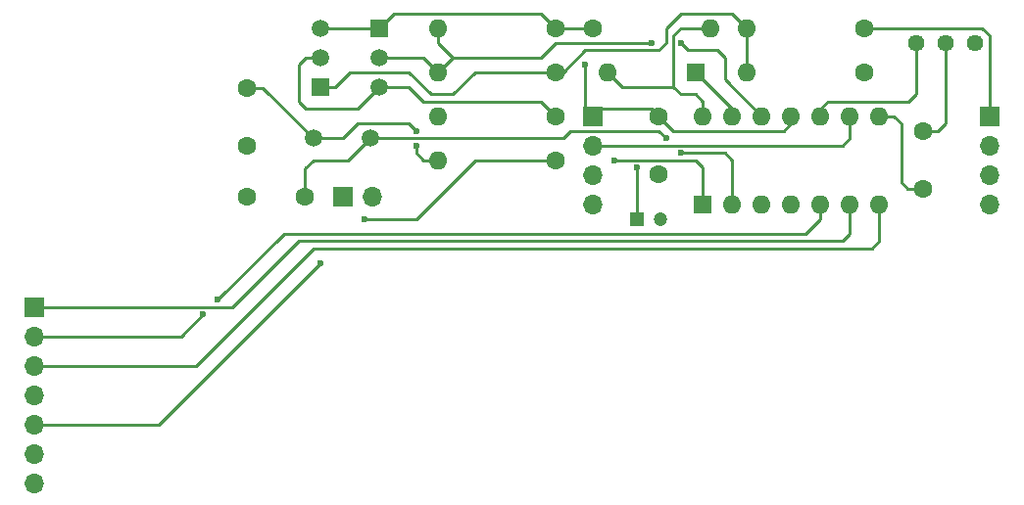
<source format=gtl>
G04 #@! TF.FileFunction,Copper,L1,Top,Signal*
%FSLAX46Y46*%
G04 Gerber Fmt 4.6, Leading zero omitted, Abs format (unit mm)*
G04 Created by KiCad (PCBNEW 4.0.7) date 02/27/19 23:03:59*
%MOMM*%
%LPD*%
G01*
G04 APERTURE LIST*
%ADD10C,0.100000*%
%ADD11C,1.600000*%
%ADD12R,1.700000X1.700000*%
%ADD13O,1.700000X1.700000*%
%ADD14R,1.200000X1.200000*%
%ADD15C,1.200000*%
%ADD16R,1.600000X1.600000*%
%ADD17O,1.600000X1.600000*%
%ADD18C,1.520000*%
%ADD19R,1.520000X1.520000*%
%ADD20C,1.440000*%
%ADD21C,1.500000*%
%ADD22C,0.600000*%
%ADD23C,0.250000*%
G04 APERTURE END LIST*
D10*
D11*
X112395000Y-53975000D03*
X112395000Y-58975000D03*
D12*
X58420000Y-70485000D03*
D13*
X58420000Y-73025000D03*
X58420000Y-75565000D03*
X58420000Y-78105000D03*
X58420000Y-80645000D03*
X58420000Y-83185000D03*
X58420000Y-85725000D03*
D11*
X135255000Y-55245000D03*
X135255000Y-60245000D03*
X76835000Y-56515000D03*
X76835000Y-51515000D03*
X76835000Y-60960000D03*
X81835000Y-60960000D03*
D14*
X110490000Y-62865000D03*
D15*
X112490000Y-62865000D03*
D16*
X115570000Y-50165000D03*
D17*
X107950000Y-50165000D03*
D12*
X106680000Y-53975000D03*
D13*
X106680000Y-56515000D03*
X106680000Y-59055000D03*
X106680000Y-61595000D03*
D12*
X140970000Y-53975000D03*
D13*
X140970000Y-56515000D03*
X140970000Y-59055000D03*
X140970000Y-61595000D03*
D18*
X88265000Y-48895000D03*
X88265000Y-51435000D03*
D19*
X88265000Y-46355000D03*
D18*
X83185000Y-48895000D03*
X83185000Y-46355000D03*
D19*
X83185000Y-51435000D03*
D11*
X106680000Y-46355000D03*
D17*
X116840000Y-46355000D03*
D11*
X103505000Y-57785000D03*
D17*
X93345000Y-57785000D03*
D11*
X103505000Y-46355000D03*
D17*
X93345000Y-46355000D03*
D11*
X103505000Y-50165000D03*
D17*
X93345000Y-50165000D03*
D11*
X103505000Y-53975000D03*
D17*
X93345000Y-53975000D03*
D11*
X130175000Y-50165000D03*
D17*
X120015000Y-50165000D03*
D11*
X130175000Y-46355000D03*
D17*
X120015000Y-46355000D03*
D20*
X139700000Y-47625000D03*
X137160000Y-47625000D03*
X134620000Y-47625000D03*
D16*
X116205000Y-61595000D03*
D17*
X131445000Y-53975000D03*
X118745000Y-61595000D03*
X128905000Y-53975000D03*
X121285000Y-61595000D03*
X126365000Y-53975000D03*
X123825000Y-61595000D03*
X123825000Y-53975000D03*
X126365000Y-61595000D03*
X121285000Y-53975000D03*
X128905000Y-61595000D03*
X118745000Y-53975000D03*
X131445000Y-61595000D03*
X116205000Y-53975000D03*
D21*
X82550000Y-55880000D03*
X87430000Y-55880000D03*
D12*
X85090000Y-60960000D03*
D13*
X87630000Y-60960000D03*
D22*
X106045000Y-49530000D03*
X110490000Y-58420000D03*
X91440000Y-56515000D03*
X91440000Y-55245000D03*
X114300000Y-57150000D03*
X113030000Y-55880000D03*
X73025000Y-71120000D03*
X74295000Y-69850000D03*
X86995000Y-62865000D03*
X83185000Y-66675000D03*
X108585000Y-57785000D03*
X114300000Y-47625000D03*
X111760000Y-47625000D03*
D23*
X106045000Y-53340000D02*
X106045000Y-49530000D01*
X106045000Y-53340000D02*
X106680000Y-53975000D01*
X112395000Y-53975000D02*
X111760000Y-53340000D01*
X111760000Y-53340000D02*
X107315000Y-53340000D01*
X107315000Y-53340000D02*
X106680000Y-53975000D01*
X110490000Y-62865000D02*
X110490000Y-58420000D01*
X123190000Y-55245000D02*
X113665000Y-55245000D01*
X123825000Y-54610000D02*
X123190000Y-55245000D01*
X113665000Y-55245000D02*
X112395000Y-53975000D01*
X123825000Y-54610000D02*
X123825000Y-53975000D01*
X123825000Y-53975000D02*
X123825000Y-54610000D01*
X88265000Y-46355000D02*
X89535000Y-45085000D01*
X102235000Y-45085000D02*
X103505000Y-46355000D01*
X89535000Y-45085000D02*
X102235000Y-45085000D01*
X83185000Y-46355000D02*
X88265000Y-46355000D01*
X103505000Y-46355000D02*
X106680000Y-46355000D01*
X135255000Y-55245000D02*
X136525000Y-55245000D01*
X137160000Y-54610000D02*
X137160000Y-47625000D01*
X136525000Y-55245000D02*
X137160000Y-54610000D01*
X131445000Y-53975000D02*
X132715000Y-53975000D01*
X133905000Y-60245000D02*
X135255000Y-60245000D01*
X133350000Y-59690000D02*
X133905000Y-60245000D01*
X133350000Y-54610000D02*
X133350000Y-59690000D01*
X132715000Y-53975000D02*
X133350000Y-54610000D01*
X82550000Y-55880000D02*
X85090000Y-55880000D01*
X92075000Y-57785000D02*
X93345000Y-57785000D01*
X91440000Y-57150000D02*
X92075000Y-57785000D01*
X91440000Y-56515000D02*
X91440000Y-57150000D01*
X90805000Y-54610000D02*
X91440000Y-55245000D01*
X86360000Y-54610000D02*
X90805000Y-54610000D01*
X85090000Y-55880000D02*
X86360000Y-54610000D01*
X76835000Y-51515000D02*
X78185000Y-51515000D01*
X78185000Y-51515000D02*
X82550000Y-55880000D01*
X87430000Y-55880000D02*
X104140000Y-55880000D01*
X118745000Y-57785000D02*
X118745000Y-61595000D01*
X118110000Y-57150000D02*
X118745000Y-57785000D01*
X114300000Y-57150000D02*
X118110000Y-57150000D01*
X112395000Y-55245000D02*
X113030000Y-55880000D01*
X104775000Y-55245000D02*
X112395000Y-55245000D01*
X104140000Y-55880000D02*
X104775000Y-55245000D01*
X81835000Y-60960000D02*
X81835000Y-58500000D01*
X85525000Y-57785000D02*
X87430000Y-55880000D01*
X82550000Y-57785000D02*
X85525000Y-57785000D01*
X81835000Y-58500000D02*
X82550000Y-57785000D01*
X118745000Y-53975000D02*
X118745000Y-53340000D01*
X118745000Y-53340000D02*
X115570000Y-50165000D01*
X113665000Y-51435000D02*
X109220000Y-51435000D01*
X109220000Y-51435000D02*
X107950000Y-50165000D01*
X116205000Y-53975000D02*
X116205000Y-52705000D01*
X114300000Y-46355000D02*
X116840000Y-46355000D01*
X113665000Y-46990000D02*
X114300000Y-46355000D01*
X113665000Y-51435000D02*
X113665000Y-46990000D01*
X114300000Y-52070000D02*
X113665000Y-51435000D01*
X115570000Y-52070000D02*
X114300000Y-52070000D01*
X116205000Y-52705000D02*
X115570000Y-52070000D01*
X106680000Y-56515000D02*
X113665000Y-56515000D01*
X128905000Y-55880000D02*
X128905000Y-53975000D01*
X128270000Y-56515000D02*
X128905000Y-55880000D01*
X113665000Y-56515000D02*
X128270000Y-56515000D01*
X130175000Y-46355000D02*
X140335000Y-46355000D01*
X140970000Y-46990000D02*
X140970000Y-53975000D01*
X140335000Y-46355000D02*
X140970000Y-46990000D01*
X85090000Y-64770000D02*
X81280000Y-64770000D01*
X128905000Y-61595000D02*
X128905000Y-64135000D01*
X128270000Y-64770000D02*
X108585000Y-64770000D01*
X128905000Y-64135000D02*
X128270000Y-64770000D01*
X85090000Y-64770000D02*
X108585000Y-64770000D01*
X75565000Y-70485000D02*
X58420000Y-70485000D01*
X81280000Y-64770000D02*
X75565000Y-70485000D01*
X85725000Y-64135000D02*
X80010000Y-64135000D01*
X126365000Y-61595000D02*
X126365000Y-62865000D01*
X125095000Y-64135000D02*
X108585000Y-64135000D01*
X126365000Y-62865000D02*
X125095000Y-64135000D01*
X85725000Y-64135000D02*
X108585000Y-64135000D01*
X71120000Y-73025000D02*
X58420000Y-73025000D01*
X73025000Y-71120000D02*
X71120000Y-73025000D01*
X80010000Y-64135000D02*
X74295000Y-69850000D01*
X58420000Y-75565000D02*
X72390000Y-75565000D01*
X131445000Y-64770000D02*
X131445000Y-61595000D01*
X130810000Y-65405000D02*
X108585000Y-65405000D01*
X131445000Y-64770000D02*
X130810000Y-65405000D01*
X84455000Y-65405000D02*
X108585000Y-65405000D01*
X82550000Y-65405000D02*
X84455000Y-65405000D01*
X72390000Y-75565000D02*
X82550000Y-65405000D01*
X67945000Y-80645000D02*
X69215000Y-80645000D01*
X69215000Y-80645000D02*
X83185000Y-66675000D01*
X103505000Y-57785000D02*
X96520000Y-57785000D01*
X96520000Y-57785000D02*
X91440000Y-62865000D01*
X91440000Y-62865000D02*
X86995000Y-62865000D01*
X116205000Y-58420000D02*
X116205000Y-61595000D01*
X115570000Y-57785000D02*
X116205000Y-58420000D01*
X108585000Y-57785000D02*
X115570000Y-57785000D01*
X67945000Y-80645000D02*
X58420000Y-80645000D01*
X94615000Y-48895000D02*
X93345000Y-47625000D01*
X93345000Y-47625000D02*
X93345000Y-46355000D01*
X111760000Y-47625000D02*
X103505000Y-47625000D01*
X121285000Y-53975000D02*
X118110000Y-50800000D01*
X114935000Y-48260000D02*
X114300000Y-47625000D01*
X117475000Y-48260000D02*
X114935000Y-48260000D01*
X118110000Y-48895000D02*
X117475000Y-48260000D01*
X118110000Y-50800000D02*
X118110000Y-48895000D01*
X94615000Y-48895000D02*
X93345000Y-50165000D01*
X102235000Y-48895000D02*
X94615000Y-48895000D01*
X103505000Y-47625000D02*
X102235000Y-48895000D01*
X88265000Y-48895000D02*
X92075000Y-48895000D01*
X92075000Y-48895000D02*
X93345000Y-50165000D01*
X88265000Y-51435000D02*
X90805000Y-51435000D01*
X102235000Y-52705000D02*
X103505000Y-53975000D01*
X92075000Y-52705000D02*
X102235000Y-52705000D01*
X90805000Y-51435000D02*
X92075000Y-52705000D01*
X83185000Y-48895000D02*
X81915000Y-48895000D01*
X86360000Y-53340000D02*
X88265000Y-51435000D01*
X81915000Y-53340000D02*
X86360000Y-53340000D01*
X81280000Y-52705000D02*
X81915000Y-53340000D01*
X81280000Y-49530000D02*
X81280000Y-52705000D01*
X81915000Y-48895000D02*
X81280000Y-49530000D01*
X110490000Y-48260000D02*
X112395000Y-48260000D01*
X113030000Y-46355000D02*
X114300000Y-45085000D01*
X113030000Y-47625000D02*
X113030000Y-46355000D01*
X112395000Y-48260000D02*
X113030000Y-47625000D01*
X83185000Y-51435000D02*
X84455000Y-51435000D01*
X96520000Y-50165000D02*
X103505000Y-50165000D01*
X94615000Y-52070000D02*
X96520000Y-50165000D01*
X92710000Y-52070000D02*
X94615000Y-52070000D01*
X90805000Y-50165000D02*
X92710000Y-52070000D01*
X85725000Y-50165000D02*
X90805000Y-50165000D01*
X84455000Y-51435000D02*
X85725000Y-50165000D01*
X103505000Y-50165000D02*
X104140000Y-50165000D01*
X104140000Y-50165000D02*
X106045000Y-48260000D01*
X106045000Y-48260000D02*
X110490000Y-48260000D01*
X114300000Y-45085000D02*
X118745000Y-45085000D01*
X118745000Y-45085000D02*
X120015000Y-46355000D01*
X120015000Y-50165000D02*
X120015000Y-46355000D01*
X126365000Y-53975000D02*
X126365000Y-53340000D01*
X126365000Y-53340000D02*
X127000000Y-52705000D01*
X133985000Y-52705000D02*
X134620000Y-52070000D01*
X127000000Y-52705000D02*
X133985000Y-52705000D01*
X134620000Y-52070000D02*
X134620000Y-47625000D01*
M02*

</source>
